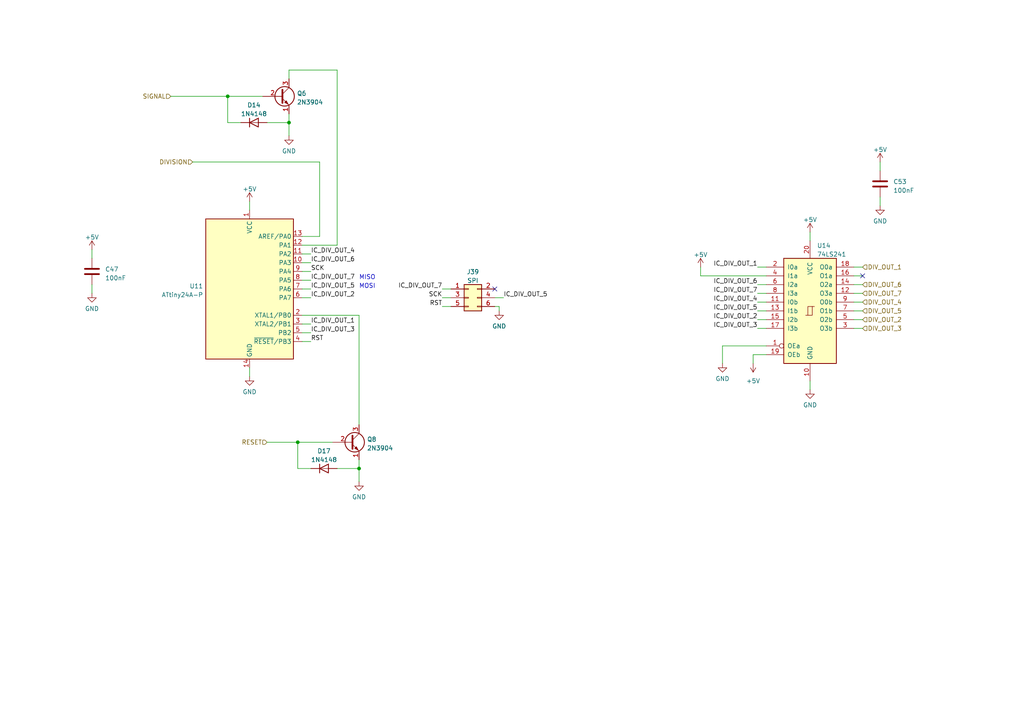
<source format=kicad_sch>
(kicad_sch (version 20230121) (generator eeschema)
  (paper "A4")
  (title_block (title "Ouroboros") (date "2023-05-13") (rev "r02") (comment 2 "creativecommons.org/licenses/by/4.0/") (comment 3 "License: CC BY 4.0") (comment 4 "Author: Guy John"))
  (lib_symbols
    (symbol "74xx:74LS241" (pin_names (offset 1.016))
      (property "Reference" "U" (at -7.62 16.51 0))
      (property "Value" "74LS241" (at -7.62 -16.51 0))
      (symbol "74LS241_1_0"
        (polyline (pts (xy -0.635 -1.27) (xy -0.635 1.27) (xy 0.635 1.27)))
        (polyline (pts (xy -1.27 -1.27) (xy 0.635 -1.27) (xy 0.635 1.27) (xy 1.27 1.27)))
        (pin input inverted (at -12.7 -10.16 0) (length 5.08) (name "OEa") (number "1"))
        (pin power_in line (at 0 -20.32 90) (length 5.08) (name "GND") (number "10"))
        (pin input line (at -12.7 2.54 0) (length 5.08) (name "I0b") (number "11"))
        (pin tri_state line (at 12.7 5.08 180) (length 5.08) (name "O3a") (number "12"))
        (pin input line (at -12.7 0 0) (length 5.08) (name "I1b") (number "13"))
        (pin tri_state line (at 12.7 7.62 180) (length 5.08) (name "O2a") (number "14"))
        (pin input line (at -12.7 -2.54 0) (length 5.08) (name "I2b") (number "15"))
        (pin tri_state line (at 12.7 10.16 180) (length 5.08) (name "O1a") (number "16"))
        (pin input line (at -12.7 -5.08 0) (length 5.08) (name "I3b") (number "17"))
        (pin tri_state line (at 12.7 12.7 180) (length 5.08) (name "O0a") (number "18"))
        (pin input line (at -12.7 -12.7 0) (length 5.08) (name "OEb") (number "19"))
        (pin input line (at -12.7 12.7 0) (length 5.08) (name "I0a") (number "2"))
        (pin power_in line (at 0 20.32 270) (length 5.08) (name "VCC") (number "20"))
        (pin tri_state line (at 12.7 -5.08 180) (length 5.08) (name "O3b") (number "3"))
        (pin input line (at -12.7 10.16 0) (length 5.08) (name "I1a") (number "4"))
        (pin tri_state line (at 12.7 -2.54 180) (length 5.08) (name "O2b") (number "5"))
        (pin input line (at -12.7 7.62 0) (length 5.08) (name "I2a") (number "6"))
        (pin tri_state line (at 12.7 0 180) (length 5.08) (name "O1b") (number "7"))
        (pin input line (at -12.7 5.08 0) (length 5.08) (name "I3a") (number "8"))
        (pin tri_state line (at 12.7 2.54 180) (length 5.08) (name "O0b") (number "9"))
      )
      (symbol "74LS241_1_1"
        (rectangle (start -7.62 15.24) (end 7.62 -15.24) (stroke (width 0.254)) (fill (type background)))
      )
    )
    (symbol "Connector_Generic:Conn_02x03_Odd_Even" (pin_names (offset 1.016) hide)
      (property "Reference" "J" (at 1.27 5.08 0))
      (property "Value" "Conn_02x03_Odd_Even" (at 1.27 -5.08 0))
      (symbol "Conn_02x03_Odd_Even_1_1"
        (rectangle (start -1.27 -2.413) (end 0 -2.667) (stroke (width 0.1524)))
        (rectangle (start -1.27 0.127) (end 0 -0.127) (stroke (width 0.1524)))
        (rectangle (start -1.27 2.667) (end 0 2.413) (stroke (width 0.1524)))
        (rectangle (start -1.27 3.81) (end 3.81 -3.81) (stroke (width 0.254)) (fill (type background)))
        (rectangle (start 3.81 -2.413) (end 2.54 -2.667) (stroke (width 0.1524)))
        (rectangle (start 3.81 0.127) (end 2.54 -0.127) (stroke (width 0.1524)))
        (rectangle (start 3.81 2.667) (end 2.54 2.413) (stroke (width 0.1524)))
        (pin passive line (at -5.08 2.54 0) (length 3.81) (name "Pin_1") (number "1"))
        (pin passive line (at 7.62 2.54 180) (length 3.81) (name "Pin_2") (number "2"))
        (pin passive line (at -5.08 0 0) (length 3.81) (name "Pin_3") (number "3"))
        (pin passive line (at 7.62 0 180) (length 3.81) (name "Pin_4") (number "4"))
        (pin passive line (at -5.08 -2.54 0) (length 3.81) (name "Pin_5") (number "5"))
        (pin passive line (at 7.62 -2.54 180) (length 3.81) (name "Pin_6") (number "6"))
      )
    )
    (symbol "Device:D" (pin_numbers hide) (pin_names (offset 1.016) hide)
      (property "Reference" "D" (at 0 2.54 0))
      (property "Value" "D" (at 0 -2.54 0))
      (symbol "D_0_1"
        (polyline (pts (xy -1.27 1.27) (xy -1.27 -1.27)) (stroke (width 0.254)))
        (polyline (pts (xy 1.27 0) (xy -1.27 0)))
        (polyline (pts (xy 1.27 1.27) (xy 1.27 -1.27) (xy -1.27 0) (xy 1.27 1.27)) (stroke (width 0.254)))
      )
      (symbol "D_1_1"
        (pin passive line (at -3.81 0 0) (length 2.54) (name "K") (number "1"))
        (pin passive line (at 3.81 0 180) (length 2.54) (name "A") (number "2"))
      )
    )
    (symbol "MCU_Microchip_ATtiny:ATtiny24A-P"
      (property "Reference" "U" (at -12.7 21.59 0))
      (property "Value" "ATtiny24A-P" (at 2.54 -21.59 0))
      (symbol "ATtiny24A-P_0_1"
        (rectangle (start -12.7 -20.32) (end 12.7 20.32) (stroke (width 0.254)) (fill (type background)))
      )
      (symbol "ATtiny24A-P_1_1"
        (pin power_in line (at 0 22.86 270) (length 2.54) (name "VCC") (number "1"))
        (pin bidirectional line (at 15.24 7.62 180) (length 2.54) (name "PA3") (number "10"))
        (pin bidirectional line (at 15.24 10.16 180) (length 2.54) (name "PA2") (number "11"))
        (pin bidirectional line (at 15.24 12.7 180) (length 2.54) (name "PA1") (number "12"))
        (pin bidirectional line (at 15.24 15.24 180) (length 2.54) (name "AREF/PA0") (number "13"))
        (pin power_in line (at 0 -22.86 90) (length 2.54) (name "GND") (number "14"))
        (pin bidirectional line (at 15.24 -7.62 180) (length 2.54) (name "XTAL1/PB0") (number "2"))
        (pin bidirectional line (at 15.24 -10.16 180) (length 2.54) (name "XTAL2/PB1") (number "3"))
        (pin bidirectional line (at 15.24 -15.24 180) (length 2.54) (name "~{RESET}/PB3") (number "4"))
        (pin bidirectional line (at 15.24 -12.7 180) (length 2.54) (name "PB2") (number "5"))
        (pin bidirectional line (at 15.24 -2.54 180) (length 2.54) (name "PA7") (number "6"))
        (pin bidirectional line (at 15.24 0 180) (length 2.54) (name "PA6") (number "7"))
        (pin bidirectional line (at 15.24 2.54 180) (length 2.54) (name "PA5") (number "8"))
        (pin bidirectional line (at 15.24 5.08 180) (length 2.54) (name "PA4") (number "9"))
      )
    )
    (symbol "Rumblesan Standard Parts:C" (pin_numbers hide) (pin_names (offset 0.254) hide)
      (property "Reference" "C?" (at -6.35 0 90))
      (property "Value" "C" (at -3.81 0 90))
      (symbol "C_0_1"
        (polyline (pts (xy -2.032 -0.762) (xy 2.032 -0.762)) (stroke (width 0.508)))
        (polyline (pts (xy -2.032 0.762) (xy 2.032 0.762)) (stroke (width 0.508)))
      )
      (symbol "C_1_1"
        (pin passive line (at 0 3.81 270) (length 2.794) (name "~") (number "1"))
        (pin passive line (at 0 -3.81 90) (length 2.794) (name "~") (number "2"))
      )
    )
    (symbol "Transistor_BJT:2N3904" (pin_names (offset 0) hide)
      (property "Reference" "Q" (at 5.08 1.905 0))
      (property "Value" "2N3904" (at 5.08 0 0))
      (symbol "2N3904_0_1"
        (polyline (pts (xy 0.635 0.635) (xy 2.54 2.54)))
        (polyline (pts (xy 0.635 -0.635) (xy 2.54 -2.54) (xy 2.54 -2.54)))
        (polyline (pts (xy 0.635 1.905) (xy 0.635 -1.905) (xy 0.635 -1.905)) (stroke (width 0.508)))
        (polyline (pts (xy 1.27 -1.778) (xy 1.778 -1.27) (xy 2.286 -2.286) (xy 1.27 -1.778) (xy 1.27 -1.778)) (fill (type outline)))
        (circle (center 1.27 0) (radius 2.8194) (stroke (width 0.254)))
      )
      (symbol "2N3904_1_1"
        (pin passive line (at 2.54 -5.08 90) (length 2.54) (name "E") (number "1"))
        (pin passive line (at -5.08 0 0) (length 5.715) (name "B") (number "2"))
        (pin passive line (at 2.54 5.08 270) (length 2.54) (name "C") (number "3"))
      )
    )
    (symbol "power:+5V" (power) (pin_names (offset 0))
      (property "Value" "+5V" (at 0 3.556 0))
      (symbol "+5V_0_1"
        (polyline (pts (xy -0.762 1.27) (xy 0 2.54)))
        (polyline (pts (xy 0 0) (xy 0 2.54)))
        (polyline (pts (xy 0 2.54) (xy 0.762 1.27)))
      )
      (symbol "+5V_1_1"
        (pin power_in line (at 0 0 90) (length 0) hide (name "+5V") (number "1"))
      )
    )
    (symbol "power:GND" (power) (pin_names (offset 0))
      (property "Value" "GND" (at 0 -3.81 0))
      (symbol "GND_0_1"
        (polyline (pts (xy 0 0) (xy 0 -1.27) (xy 1.27 -1.27) (xy 0 -2.54) (xy -1.27 -1.27) (xy 0 -1.27)))
      )
      (symbol "GND_1_1"
        (pin power_in line (at 0 0 270) (length 0) hide (name "GND") (number "1"))
      )
    )
  )
  (junction (at 86.36 128.27))
  (junction (at 83.82 35.56))
  (junction (at 66.04 27.94))
  (junction (at 104.14 135.89))
  (no_connect (at 250.19 80.01))
  (no_connect (at 143.51 83.82))
  (wire (pts (xy 219.71 90.17) (xy 222.25 90.17)))
  (wire (pts (xy 55.88 46.99) (xy 92.71 46.99)))
  (wire (pts (xy 209.55 100.33) (xy 209.55 105.41)))
  (wire (pts (xy 86.36 135.89) (xy 86.36 128.27)))
  (wire (pts (xy 144.78 88.9) (xy 144.78 90.17)))
  (wire (pts (xy 72.39 106.68) (xy 72.39 109.22)))
  (wire (pts (xy 87.63 71.12) (xy 97.79 71.12)))
  (wire (pts (xy 247.65 90.17) (xy 250.19 90.17)))
  (wire (pts (xy 87.63 93.98) (xy 90.17 93.98)))
  (wire (pts (xy 234.95 67.31) (xy 234.95 69.85)))
  (wire (pts (xy 97.79 71.12) (xy 97.79 20.32)))
  (wire (pts (xy 219.71 85.09) (xy 222.25 85.09)))
  (wire (pts (xy 143.51 88.9) (xy 144.78 88.9)))
  (wire (pts (xy 128.27 88.9) (xy 130.81 88.9)))
  (wire (pts (xy 218.44 102.87) (xy 218.44 105.41)))
  (wire (pts (xy 128.27 83.82) (xy 130.81 83.82)))
  (wire (pts (xy 247.65 85.09) (xy 250.19 85.09)))
  (wire (pts (xy 255.27 46.99) (xy 255.27 49.53)))
  (wire (pts (xy 247.65 92.71) (xy 250.19 92.71)))
  (wire (pts (xy 247.65 80.01) (xy 250.19 80.01)))
  (wire (pts (xy 222.25 102.87) (xy 218.44 102.87)))
  (wire (pts (xy 97.79 20.32) (xy 83.82 20.32)))
  (wire (pts (xy 104.14 133.35) (xy 104.14 135.89)))
  (wire (pts (xy 87.63 73.66) (xy 90.17 73.66)))
  (wire (pts (xy 77.47 128.27) (xy 86.36 128.27)))
  (wire (pts (xy 92.71 68.58) (xy 92.71 46.99)))
  (wire (pts (xy 219.71 95.25) (xy 222.25 95.25)))
  (wire (pts (xy 26.67 72.39) (xy 26.67 74.93)))
  (wire (pts (xy 203.2 80.01) (xy 222.25 80.01)))
  (wire (pts (xy 83.82 20.32) (xy 83.82 22.86)))
  (wire (pts (xy 247.65 77.47) (xy 250.19 77.47)))
  (wire (pts (xy 87.63 76.2) (xy 90.17 76.2)))
  (wire (pts (xy 255.27 57.15) (xy 255.27 59.69)))
  (wire (pts (xy 104.14 91.44) (xy 104.14 123.19)))
  (wire (pts (xy 143.51 86.36) (xy 146.05 86.36)))
  (wire (pts (xy 203.2 80.01) (xy 203.2 77.47)))
  (wire (pts (xy 90.17 99.06) (xy 87.63 99.06)))
  (wire (pts (xy 87.63 81.28) (xy 90.17 81.28)))
  (wire (pts (xy 234.95 110.49) (xy 234.95 113.03)))
  (wire (pts (xy 90.17 78.74) (xy 87.63 78.74)))
  (wire (pts (xy 26.67 82.55) (xy 26.67 85.09)))
  (wire (pts (xy 219.71 87.63) (xy 222.25 87.63)))
  (wire (pts (xy 247.65 82.55) (xy 250.19 82.55)))
  (wire (pts (xy 104.14 135.89) (xy 104.14 139.7)))
  (wire (pts (xy 90.17 96.52) (xy 87.63 96.52)))
  (wire (pts (xy 87.63 91.44) (xy 104.14 91.44)))
  (wire (pts (xy 69.85 35.56) (xy 66.04 35.56)))
  (wire (pts (xy 247.65 95.25) (xy 250.19 95.25)))
  (wire (pts (xy 49.53 27.94) (xy 66.04 27.94)))
  (wire (pts (xy 219.71 92.71) (xy 222.25 92.71)))
  (wire (pts (xy 77.47 35.56) (xy 83.82 35.56)))
  (wire (pts (xy 247.65 87.63) (xy 250.19 87.63)))
  (wire (pts (xy 83.82 33.02) (xy 83.82 35.56)))
  (wire (pts (xy 90.17 135.89) (xy 86.36 135.89)))
  (wire (pts (xy 66.04 27.94) (xy 76.2 27.94)))
  (wire (pts (xy 219.71 82.55) (xy 222.25 82.55)))
  (wire (pts (xy 219.71 77.47) (xy 222.25 77.47)))
  (wire (pts (xy 87.63 86.36) (xy 90.17 86.36)))
  (wire (pts (xy 87.63 68.58) (xy 92.71 68.58)))
  (wire (pts (xy 66.04 35.56) (xy 66.04 27.94)))
  (wire (pts (xy 72.39 58.42) (xy 72.39 60.96)))
  (wire (pts (xy 97.79 135.89) (xy 104.14 135.89)))
  (wire (pts (xy 87.63 83.82) (xy 90.17 83.82)))
  (wire (pts (xy 86.36 128.27) (xy 96.52 128.27)))
  (wire (pts (xy 83.82 35.56) (xy 83.82 39.37)))
  (wire (pts (xy 128.27 86.36) (xy 130.81 86.36)))
  (wire (pts (xy 222.25 100.33) (xy 209.55 100.33)))
  (text "MOSI" (at 104.14 83.82 0) (effects (font (size 1.27 1.27)) (justify left bottom)))
  (text "MISO" (at 104.14 81.28 0) (effects (font (size 1.27 1.27)) (justify left bottom)))
  (label "IC_DIV_OUT_7" (at 128.27 83.82 180))
  (label "IC_DIV_OUT_5" (at 219.71 90.17 180))
  (label "IC_DIV_OUT_6" (at 90.17 76.2 0))
  (label "IC_DIV_OUT_5" (at 146.05 86.36 0))
  (label "IC_DIV_OUT_3" (at 219.71 95.25 180))
  (label "IC_DIV_OUT_2" (at 90.17 86.36 0))
  (label "IC_DIV_OUT_2" (at 219.71 92.71 180))
  (label "RST" (at 90.17 99.06 0))
  (label "RST" (at 128.27 88.9 180))
  (label "IC_DIV_OUT_1" (at 90.17 93.98 0))
  (label "SCK" (at 90.17 78.74 0))
  (label "IC_DIV_OUT_7" (at 219.71 85.09 180))
  (label "SCK" (at 128.27 86.36 180))
  (label "IC_DIV_OUT_6" (at 219.71 82.55 180))
  (label "IC_DIV_OUT_7" (at 90.17 81.28 0))
  (label "IC_DIV_OUT_1" (at 219.71 77.47 180))
  (label "IC_DIV_OUT_3" (at 90.17 96.52 0))
  (label "IC_DIV_OUT_5" (at 90.17 83.82 0))
  (label "IC_DIV_OUT_4" (at 90.17 73.66 0))
  (label "IC_DIV_OUT_4" (at 219.71 87.63 180))
  (hierarchical_label "DIV_OUT_2" (shape input) (at 250.19 92.71 0))
  (hierarchical_label "SIGNAL" (shape input) (at 49.53 27.94 180))
  (hierarchical_label "DIV_OUT_3" (shape input) (at 250.19 95.25 0))
  (hierarchical_label "RESET" (shape input) (at 77.47 128.27 180))
  (hierarchical_label "DIV_OUT_6" (shape input) (at 250.19 82.55 0))
  (hierarchical_label "DIV_OUT_5" (shape input) (at 250.19 90.17 0))
  (hierarchical_label "DIV_OUT_7" (shape input) (at 250.19 85.09 0))
  (hierarchical_label "DIV_OUT_1" (shape input) (at 250.19 77.47 0))
  (hierarchical_label "DIV_OUT_4" (shape input) (at 250.19 87.63 0))
  (hierarchical_label "DIVISION" (shape input) (at 55.88 46.99 180))
  (symbol (lib_id "Connector_Generic:Conn_02x03_Odd_Even") (at 135.89 86.36 0) (unit 1)
    (property "Reference" "J39" (at 137.16 78.8502 0))
    (property "Value" "SPI" (at 137.16 81.3871 0))
    (property "Footprint" "Connector_PinHeader_2.54mm:PinHeader_2x03_P2.54mm_Vertical" (effects hide))
  )
  (symbol (lib_id "Rumblesan Standard Parts:C") (at 26.67 78.74 0) (unit 1)
    (property "Reference" "C47" (at 30.48 78.105 0) (effects (justify left)))
    (property "Value" "100nF" (at 30.48 80.645 0) (effects (justify left)))
    (property "Footprint" "Rumblesan_Standard_Parts:C_Rect_L7.0mm_W2.5mm_P5.00mm" (effects hide))
    (property "Spec" "ceramic X7R" (effects hide))
    (property "Tolerance" "5%" (effects hide))
  )
  (symbol (lib_id "power:GND") (at 255.27 59.69 0) (unit 1)
    (property "Reference" "#PWR0119" (effects hide))
    (property "Value" "GND" (at 255.27 64.1334 0))
  )
  (symbol (lib_id "power:+5V") (at 255.27 46.99 0) (unit 1)
    (property "Reference" "#PWR0117" (effects hide))
    (property "Value" "+5V" (at 255.27 43.4142 0))
  )
  (symbol (lib_id "power:+5V") (at 218.44 105.41 180) (unit 1)
    (property "Reference" "#PWR0125" (effects hide))
    (property "Value" "+5V" (at 218.44 110.49 0))
  )
  (symbol (lib_id "74xx:74LS241") (at 234.95 90.17 0) (unit 1)
    (property "Reference" "U14" (at 236.9694 71.2302 0) (effects (justify left)))
    (property "Value" "74LS241" (at 236.9694 73.7671 0) (effects (justify left)))
    (property "Footprint" "Package_DIP:DIP-20_W7.62mm_Socket" (effects hide))
    (property "Datasheet" "http://www.ti.com/lit/ds/symlink/sn74ls241.pdf" (effects hide))
  )
  (symbol (lib_id "power:GND") (at 72.39 109.22 0) (unit 1)
    (property "Reference" "#PWR0110" (effects hide))
    (property "Value" "GND" (at 72.39 113.6634 0))
  )
  (symbol (lib_id "power:GND") (at 26.67 85.09 0) (unit 1)
    (property "Reference" "#PWR0108" (effects hide))
    (property "Value" "GND" (at 26.67 89.5334 0))
  )
  (symbol (lib_id "power:+5V") (at 26.67 72.39 0) (unit 1)
    (property "Reference" "#PWR0107" (effects hide))
    (property "Value" "+5V" (at 26.67 68.8142 0))
  )
  (symbol (lib_id "Device:D") (at 93.98 135.89 0) (unit 1)
    (property "Reference" "D17" (at 93.98 130.81 0))
    (property "Value" "1N4148" (at 93.98 133.35 0))
    (property "Footprint" "Rumblesan_Standard_Parts:D_DO-35_SOD27_P7.62mm_Horizontal" (effects hide))
    (property "Sim.Device" "D" (effects hide))
    (property "Sim.Pins" "1=K 2=A" (effects hide))
  )
  (symbol (lib_id "Transistor_BJT:2N3904") (at 101.6 128.27 0) (unit 1)
    (property "Reference" "Q8" (at 106.4514 127.4353 0) (effects (justify left)))
    (property "Value" "2N3904" (at 106.4514 129.9722 0) (effects (justify left)))
    (property "Footprint" "Rumblesan_Standard_Parts:TO-92_Inline_Wide" (effects hide))
    (property "Datasheet" "https://www.onsemi.com/pub/Collateral/2N3903-D.PDF" (effects hide))
  )
  (symbol (lib_id "Device:D") (at 73.66 35.56 0) (unit 1)
    (property "Reference" "D14" (at 73.66 30.48 0))
    (property "Value" "1N4148" (at 73.66 33.02 0))
    (property "Footprint" "Rumblesan_Standard_Parts:D_DO-35_SOD27_P7.62mm_Horizontal" (effects hide))
    (property "Sim.Device" "D" (effects hide))
    (property "Sim.Pins" "1=K 2=A" (effects hide))
  )
  (symbol (lib_id "power:+5V") (at 72.39 58.42 0) (unit 1)
    (property "Reference" "#PWR0109" (effects hide))
    (property "Value" "+5V" (at 72.39 54.8442 0))
  )
  (symbol (lib_id "Transistor_BJT:2N3904") (at 81.28 27.94 0) (unit 1)
    (property "Reference" "Q6" (at 86.1314 27.1053 0) (effects (justify left)))
    (property "Value" "2N3904" (at 86.1314 29.6422 0) (effects (justify left)))
    (property "Footprint" "Rumblesan_Standard_Parts:TO-92_Inline_Wide" (effects hide))
    (property "Datasheet" "https://www.onsemi.com/pub/Collateral/2N3903-D.PDF" (effects hide))
  )
  (symbol (lib_id "power:GND") (at 234.95 113.03 0) (unit 1)
    (property "Reference" "#PWR0115" (effects hide))
    (property "Value" "GND" (at 234.95 117.4734 0))
  )
  (symbol (lib_id "power:GND") (at 83.82 39.37 0) (unit 1)
    (property "Reference" "#PWR0111" (effects hide))
    (property "Value" "GND" (at 83.82 43.8134 0))
  )
  (symbol (lib_id "power:GND") (at 104.14 139.7 0) (unit 1)
    (property "Reference" "#PWR0112" (effects hide))
    (property "Value" "GND" (at 104.14 144.1434 0))
  )
  (symbol (lib_id "power:GND") (at 209.55 105.41 0) (unit 1)
    (property "Reference" "#PWR0113" (effects hide))
    (property "Value" "GND" (at 209.55 109.8534 0))
  )
  (symbol (lib_id "MCU_Microchip_ATtiny:ATtiny24A-P") (at 72.39 83.82 0) (unit 1)
    (property "Reference" "U11" (at 58.9281 82.9853 0) (effects (justify right)))
    (property "Value" "ATtiny24A-P" (at 58.9281 85.5222 0) (effects (justify right)))
    (property "Footprint" "Package_DIP:DIP-14_W7.62mm" (effects hide))
    (property "Datasheet" "http://ww1.microchip.com/downloads/en/DeviceDoc/doc8183.pdf" (effects hide))
  )
  (symbol (lib_id "power:+5V") (at 203.2 77.47 0) (unit 1)
    (property "Reference" "#PWR085" (effects hide))
    (property "Value" "+5V" (at 203.2 73.8942 0))
  )
  (symbol (lib_id "power:GND") (at 144.78 90.17 0) (unit 1)
    (property "Reference" "#PWR062" (effects hide))
    (property "Value" "GND" (at 144.78 94.6134 0))
  )
  (symbol (lib_id "power:+5V") (at 234.95 67.31 0) (unit 1)
    (property "Reference" "#PWR0114" (effects hide))
    (property "Value" "+5V" (at 234.95 63.7342 0))
  )
  (symbol (lib_id "Rumblesan Standard Parts:C") (at 255.27 53.34 0) (unit 1)
    (property "Reference" "C53" (at 259.08 52.705 0) (effects (justify left)))
    (property "Value" "100nF" (at 259.08 55.245 0) (effects (justify left)))
    (property "Footprint" "Rumblesan_Standard_Parts:C_Rect_L7.0mm_W2.5mm_P5.00mm" (effects hide))
    (property "Spec" "ceramic X7R" (effects hide))
    (property "Tolerance" "5%" (effects hide))
  )
)
</source>
